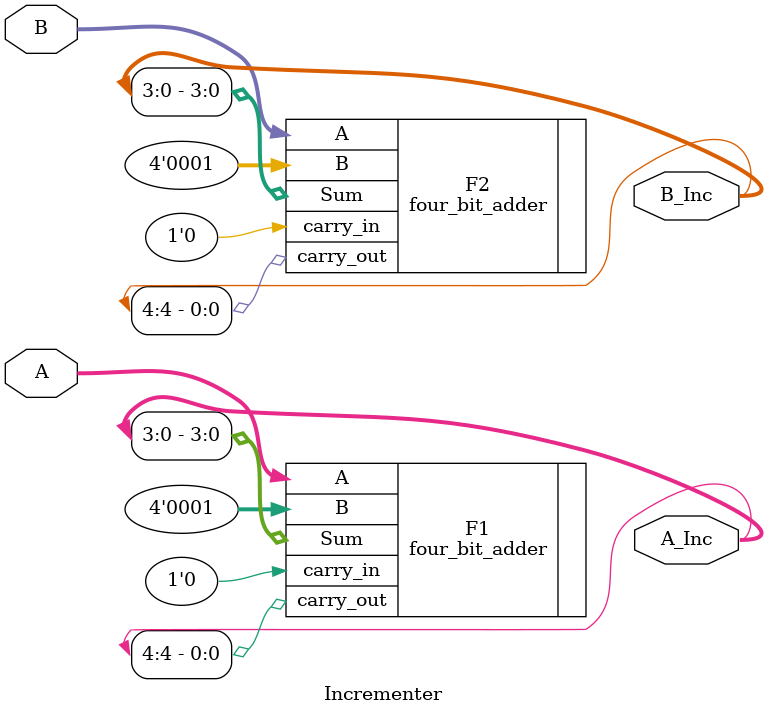
<source format=v>
module Incrementer ( 
 input [3:0] A , B , 
 output [4:0] A_Inc , B_Inc  
);
four_bit_adder F1 ( .A ( A ) ,
                    .B ( 4'b0001 ) ,
                    .carry_in ( 1'b0 ) ,
                    .Sum ( A_Inc[3:0] ),
                    .carry_out ( A_Inc[4]) 
                 );

four_bit_adder F2 ( .A ( B ) ,
                    .B ( 4'b0001 ) ,
                    .carry_in ( 1'b0 ) ,
                    .Sum ( B_Inc[3:0] ),
                    .carry_out ( B_Inc[4] ) 
                 );


endmodule 

</source>
